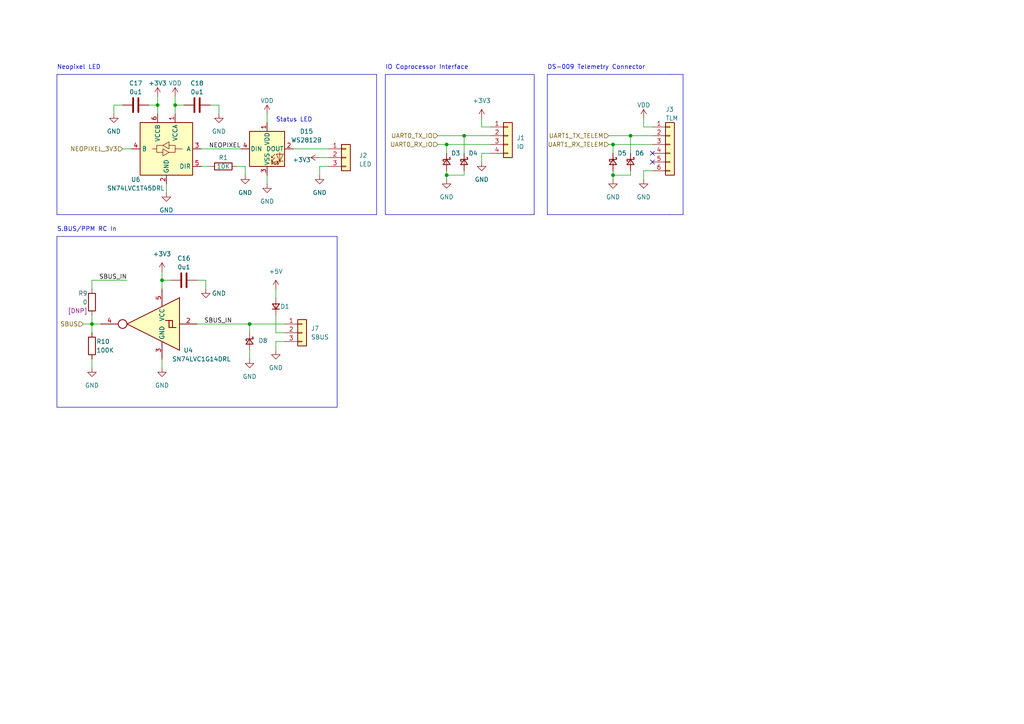
<source format=kicad_sch>
(kicad_sch (version 20230121) (generator eeschema)
  (paper "A4")
  (lib_symbols
    (symbol "74xGxx:SN74LVC1G14DRL"
      (property "Reference" "U" (at -5.08 10.16 0))
      (property "Value" "SN74LVC1G14DRL" (at 20.32 10.16 0))
      (symbol "SN74LVC1G14DRL_0_1"
        (polyline (pts (xy -2.032 1.016) (xy -1.016 1.016)) (stroke (width 0.254)) (fill (type background)))
        (polyline (pts (xy -5.08 7.62) (xy -5.08 -7.62) (xy 10.16 0) (xy -5.08 7.62)) (stroke (width 0.254)) (fill (type background)))
        (polyline (pts (xy -3.048 -1.016) (xy -3.048 1.016) (xy -2.032 1.016) (xy -2.032 -1.016) (xy -4.064 -1.016)) (stroke (width 0.254)) (fill (type background)))
        (circle (center 11.43 0) (radius 1.27) (stroke (width 0.254)))
      )
      (symbol "SN74LVC1G14DRL_1_1"
        (pin no_connect line (at 10.16 0 180) (length 5.08) hide (name "NC") (number "1"))
        (pin input line (at -10.16 0 0) (length 5.08) (name "~") (number "2"))
        (pin power_in line (at 0 -10.16 90) (length 5.08) (name "GND") (number "3"))
        (pin output line (at 17.78 0 180) (length 5.08) (name "~") (number "4"))
        (pin power_in line (at 0 10.16 270) (length 5.08) (name "VCC") (number "5"))
      )
    )
    (symbol "Connector_Generic:Conn_01x03" (pin_names (offset 1.016) hide)
      (property "Reference" "J" (at 0 5.08 0))
      (property "Value" "Conn_01x03" (at 0 -5.08 0))
      (symbol "Conn_01x03_1_1"
        (rectangle (start -1.27 -2.413) (end 0 -2.667) (stroke (width 0.1524)))
        (rectangle (start -1.27 0.127) (end 0 -0.127) (stroke (width 0.1524)))
        (rectangle (start -1.27 2.667) (end 0 2.413) (stroke (width 0.1524)))
        (rectangle (start -1.27 3.81) (end 1.27 -3.81) (stroke (width 0.254)) (fill (type background)))
        (pin passive line (at -5.08 2.54 0) (length 3.81) (name "Pin_1") (number "1"))
        (pin passive line (at -5.08 0 0) (length 3.81) (name "Pin_2") (number "2"))
        (pin passive line (at -5.08 -2.54 0) (length 3.81) (name "Pin_3") (number "3"))
      )
    )
    (symbol "Connector_Generic:Conn_01x04" (pin_names (offset 1.016) hide)
      (property "Reference" "J" (at 0 5.08 0))
      (property "Value" "Conn_01x04" (at 0 -7.62 0))
      (symbol "Conn_01x04_1_1"
        (rectangle (start -1.27 -4.953) (end 0 -5.207) (stroke (width 0.1524)))
        (rectangle (start -1.27 -2.413) (end 0 -2.667) (stroke (width 0.1524)))
        (rectangle (start -1.27 0.127) (end 0 -0.127) (stroke (width 0.1524)))
        (rectangle (start -1.27 2.667) (end 0 2.413) (stroke (width 0.1524)))
        (rectangle (start -1.27 3.81) (end 1.27 -6.35) (stroke (width 0.254)) (fill (type background)))
        (pin passive line (at -5.08 2.54 0) (length 3.81) (name "Pin_1") (number "1"))
        (pin passive line (at -5.08 0 0) (length 3.81) (name "Pin_2") (number "2"))
        (pin passive line (at -5.08 -2.54 0) (length 3.81) (name "Pin_3") (number "3"))
        (pin passive line (at -5.08 -5.08 0) (length 3.81) (name "Pin_4") (number "4"))
      )
    )
    (symbol "Connector_Generic:Conn_01x06" (pin_names (offset 1.016) hide)
      (property "Reference" "J" (at 0 7.62 0))
      (property "Value" "Conn_01x06" (at 0 -10.16 0))
      (symbol "Conn_01x06_1_1"
        (rectangle (start -1.27 -7.493) (end 0 -7.747) (stroke (width 0.1524)))
        (rectangle (start -1.27 -4.953) (end 0 -5.207) (stroke (width 0.1524)))
        (rectangle (start -1.27 -2.413) (end 0 -2.667) (stroke (width 0.1524)))
        (rectangle (start -1.27 0.127) (end 0 -0.127) (stroke (width 0.1524)))
        (rectangle (start -1.27 2.667) (end 0 2.413) (stroke (width 0.1524)))
        (rectangle (start -1.27 5.207) (end 0 4.953) (stroke (width 0.1524)))
        (rectangle (start -1.27 6.35) (end 1.27 -8.89) (stroke (width 0.254)) (fill (type background)))
        (pin passive line (at -5.08 5.08 0) (length 3.81) (name "Pin_1") (number "1"))
        (pin passive line (at -5.08 2.54 0) (length 3.81) (name "Pin_2") (number "2"))
        (pin passive line (at -5.08 0 0) (length 3.81) (name "Pin_3") (number "3"))
        (pin passive line (at -5.08 -2.54 0) (length 3.81) (name "Pin_4") (number "4"))
        (pin passive line (at -5.08 -5.08 0) (length 3.81) (name "Pin_5") (number "5"))
        (pin passive line (at -5.08 -7.62 0) (length 3.81) (name "Pin_6") (number "6"))
      )
    )
    (symbol "Device:C" (pin_numbers hide) (pin_names (offset 0.254))
      (property "Reference" "C" (at 0.635 2.54 0))
      (property "Value" "C" (at 0.635 -2.54 0))
      (symbol "C_0_1"
        (polyline (pts (xy -2.032 -0.762) (xy 2.032 -0.762)) (stroke (width 0.508)))
        (polyline (pts (xy -2.032 0.762) (xy 2.032 0.762)) (stroke (width 0.508)))
      )
      (symbol "C_1_1"
        (pin passive line (at 0 3.81 270) (length 2.794) (name "~") (number "1"))
        (pin passive line (at 0 -3.81 90) (length 2.794) (name "~") (number "2"))
      )
    )
    (symbol "Device:D_Schottky_Small" (pin_numbers hide) (pin_names (offset 0.254) hide)
      (property "Reference" "D" (at -1.27 2.032 0))
      (property "Value" "D_Schottky_Small" (at -7.112 -2.032 0))
      (symbol "D_Schottky_Small_0_1"
        (polyline (pts (xy -0.762 0) (xy 0.762 0)))
        (polyline (pts (xy 0.762 -1.016) (xy -0.762 0) (xy 0.762 1.016) (xy 0.762 -1.016)) (stroke (width 0.254)))
        (polyline (pts (xy -1.27 0.762) (xy -1.27 1.016) (xy -0.762 1.016) (xy -0.762 -1.016) (xy -0.254 -1.016) (xy -0.254 -0.762)) (stroke (width 0.254)))
      )
      (symbol "D_Schottky_Small_1_1"
        (pin passive line (at -2.54 0 0) (length 1.778) (name "K") (number "1"))
        (pin passive line (at 2.54 0 180) (length 1.778) (name "A") (number "2"))
      )
    )
    (symbol "Device:D_Small" (pin_numbers hide) (pin_names (offset 0.254) hide)
      (property "Reference" "D" (at -1.27 2.032 0))
      (property "Value" "D_Small" (at -3.81 -2.032 0))
      (symbol "D_Small_0_1"
        (polyline (pts (xy -0.762 -1.016) (xy -0.762 1.016)) (stroke (width 0.254)))
        (polyline (pts (xy -0.762 0) (xy 0.762 0)))
        (polyline (pts (xy 0.762 -1.016) (xy -0.762 0) (xy 0.762 1.016) (xy 0.762 -1.016)) (stroke (width 0.254)))
      )
      (symbol "D_Small_1_1"
        (pin passive line (at -2.54 0 0) (length 1.778) (name "K") (number "1"))
        (pin passive line (at 2.54 0 180) (length 1.778) (name "A") (number "2"))
      )
    )
    (symbol "Device:R" (pin_numbers hide) (pin_names (offset 0))
      (property "Reference" "R" (at 2.032 0 90))
      (property "Value" "R" (at 0 0 90))
      (symbol "R_0_1"
        (rectangle (start -1.016 -2.54) (end 1.016 2.54) (stroke (width 0.254)))
      )
      (symbol "R_1_1"
        (pin passive line (at 0 3.81 270) (length 1.27) (name "~") (number "1"))
        (pin passive line (at 0 -3.81 90) (length 1.27) (name "~") (number "2"))
      )
    )
    (symbol "LED:WS2812B" (pin_names (offset 0.254))
      (property "Reference" "D" (at 5.08 5.715 0))
      (property "Value" "WS2812B" (at 1.27 -5.715 0))
      (symbol "WS2812B_0_0"
        (text "RGB" (at 2.286 -4.191 0) (effects (font (size 0.762 0.762))))
      )
      (symbol "WS2812B_0_1"
        (polyline (pts (xy 1.27 -3.556) (xy 1.778 -3.556)))
        (polyline (pts (xy 1.27 -2.54) (xy 1.778 -2.54)))
        (polyline (pts (xy 4.699 -3.556) (xy 2.667 -3.556)))
        (polyline (pts (xy 2.286 -2.54) (xy 1.27 -3.556) (xy 1.27 -3.048)))
        (polyline (pts (xy 2.286 -1.524) (xy 1.27 -2.54) (xy 1.27 -2.032)))
        (polyline (pts (xy 3.683 -1.016) (xy 3.683 -3.556) (xy 3.683 -4.064)))
        (polyline (pts (xy 4.699 -1.524) (xy 2.667 -1.524) (xy 3.683 -3.556) (xy 4.699 -1.524)))
        (rectangle (start 5.08 5.08) (end -5.08 -5.08) (stroke (width 0.254)) (fill (type background)))
      )
      (symbol "WS2812B_1_1"
        (pin power_in line (at 0 7.62 270) (length 2.54) (name "VDD") (number "1"))
        (pin output line (at 7.62 0 180) (length 2.54) (name "DOUT") (number "2"))
        (pin power_in line (at 0 -7.62 90) (length 2.54) (name "VSS") (number "3"))
        (pin input line (at -7.62 0 0) (length 2.54) (name "DIN") (number "4"))
      )
    )
    (symbol "Logic_LevelTranslator:SN74LVC1T45DRL"
      (property "Reference" "U" (at -6.35 8.89 0))
      (property "Value" "SN74LVC1T45DRL" (at 3.81 8.89 0))
      (symbol "SN74LVC1T45DRL_0_1"
        (rectangle (start -7.62 7.62) (end 7.62 -7.62) (stroke (width 0.254)) (fill (type background)))
        (polyline (pts (xy -2.54 0) (xy -2.54 1.016) (xy -0.762 1.016)))
        (polyline (pts (xy 2.794 0) (xy 2.794 -1.016) (xy 1.016 -1.016)))
        (polyline (pts (xy -0.762 -1.016) (xy -2.54 -1.016) (xy -2.54 0) (xy -4.572 0)))
        (polyline (pts (xy -0.762 0) (xy -0.762 2.032) (xy 1.016 1.016) (xy -0.762 0)))
        (polyline (pts (xy 1.016 1.016) (xy 2.794 1.016) (xy 2.794 0) (xy 4.064 0)))
        (polyline (pts (xy 1.016 0) (xy 1.016 -1.778) (xy 1.016 -2.032) (xy -0.762 -1.016) (xy 1.016 0)))
      )
      (symbol "SN74LVC1T45DRL_1_1"
        (pin power_in line (at -2.54 10.16 270) (length 2.54) (name "VCCA") (number "1"))
        (pin power_in line (at 0 -10.16 90) (length 2.54) (name "GND") (number "2"))
        (pin bidirectional line (at -10.16 0 0) (length 2.54) (name "A") (number "3"))
        (pin bidirectional line (at 10.16 0 180) (length 2.54) (name "B") (number "4"))
        (pin input line (at -10.16 -5.08 0) (length 2.54) (name "DIR") (number "5"))
        (pin power_in line (at 2.54 10.16 270) (length 2.54) (name "VCCB") (number "6"))
      )
    )
    (symbol "power:+3V3" (power) (pin_names (offset 0))
      (property "Value" "+3V3" (at 0 3.556 0))
      (symbol "+3V3_0_1"
        (polyline (pts (xy -0.762 1.27) (xy 0 2.54)))
        (polyline (pts (xy 0 0) (xy 0 2.54)))
        (polyline (pts (xy 0 2.54) (xy 0.762 1.27)))
      )
      (symbol "+3V3_1_1"
        (pin power_in line (at 0 0 90) (length 0) hide (name "+3V3") (number "1"))
      )
    )
    (symbol "power:+5V" (power) (pin_names (offset 0))
      (property "Value" "+5V" (at 0 3.556 0))
      (symbol "+5V_0_1"
        (polyline (pts (xy -0.762 1.27) (xy 0 2.54)))
        (polyline (pts (xy 0 0) (xy 0 2.54)))
        (polyline (pts (xy 0 2.54) (xy 0.762 1.27)))
      )
      (symbol "+5V_1_1"
        (pin power_in line (at 0 0 90) (length 0) hide (name "+5V") (number "1"))
      )
    )
    (symbol "power:GND" (power) (pin_names (offset 0))
      (property "Value" "GND" (at 0 -3.81 0))
      (symbol "GND_0_1"
        (polyline (pts (xy 0 0) (xy 0 -1.27) (xy 1.27 -1.27) (xy 0 -2.54) (xy -1.27 -1.27) (xy 0 -1.27)))
      )
      (symbol "GND_1_1"
        (pin power_in line (at 0 0 270) (length 0) hide (name "GND") (number "1"))
      )
    )
    (symbol "power:VDD" (power) (pin_names (offset 0))
      (property "Value" "VDD" (at 0 3.81 0))
      (symbol "VDD_0_1"
        (polyline (pts (xy -0.762 1.27) (xy 0 2.54)))
        (polyline (pts (xy 0 0) (xy 0 2.54)))
        (polyline (pts (xy 0 2.54) (xy 0.762 1.27)))
      )
      (symbol "VDD_1_1"
        (pin power_in line (at 0 0 90) (length 0) hide (name "VDD") (number "1"))
      )
    )
  )
  (junction (at 46.99 81.28))
  (junction (at 45.72 30.48))
  (junction (at 26.67 93.98))
  (junction (at 134.62 39.37))
  (junction (at 72.39 93.98))
  (junction (at 129.54 50.8))
  (junction (at 129.54 41.91))
  (junction (at 177.8 50.8))
  (junction (at 50.8 30.48))
  (junction (at 177.8 41.91))
  (junction (at 182.88 39.37))
  (no_connect (at 189.23 46.99))
  (no_connect (at 189.23 44.45))
  (wire (pts (xy 46.99 78.74) (xy 46.99 81.28)))
  (wire (pts (xy 92.71 48.26) (xy 95.25 48.26)))
  (wire (pts (xy 127 41.91) (xy 129.54 41.91)))
  (wire (pts (xy 59.69 81.28) (xy 57.15 81.28)))
  (wire (pts (xy 134.62 39.37) (xy 134.62 44.45)))
  (wire (pts (xy 139.7 36.83) (xy 142.24 36.83)))
  (wire (pts (xy 77.47 33.02) (xy 77.47 35.56)))
  (polyline (pts (xy 158.75 21.59) (xy 194.31 21.59)))
  (wire (pts (xy 80.01 96.52) (xy 82.55 96.52)))
  (wire (pts (xy 45.72 30.48) (xy 45.72 33.02)))
  (wire (pts (xy 26.67 91.44) (xy 26.67 93.98)))
  (wire (pts (xy 139.7 44.45) (xy 142.24 44.45)))
  (wire (pts (xy 182.88 50.8) (xy 182.88 49.53)))
  (wire (pts (xy 72.39 93.98) (xy 82.55 93.98)))
  (wire (pts (xy 45.72 30.48) (xy 43.18 30.48)))
  (wire (pts (xy 48.26 53.34) (xy 48.26 55.88)))
  (wire (pts (xy 80.01 101.6) (xy 80.01 99.06)))
  (polyline (pts (xy 16.51 21.59) (xy 16.51 62.23)))
  (wire (pts (xy 72.39 101.6) (xy 72.39 104.14)))
  (polyline (pts (xy 158.75 62.23) (xy 158.75 54.61)))
  (wire (pts (xy 26.67 81.28) (xy 26.67 83.82)))
  (polyline (pts (xy 194.31 21.59) (xy 198.12 21.59)))
  (wire (pts (xy 26.67 104.14) (xy 26.67 106.68)))
  (wire (pts (xy 134.62 39.37) (xy 142.24 39.37)))
  (polyline (pts (xy 198.12 62.23) (xy 194.31 62.23)))
  (wire (pts (xy 177.8 49.53) (xy 177.8 50.8)))
  (wire (pts (xy 182.88 39.37) (xy 182.88 44.45)))
  (wire (pts (xy 189.23 39.37) (xy 182.88 39.37)))
  (polyline (pts (xy 16.51 68.58) (xy 97.79 68.58)))
  (wire (pts (xy 71.12 48.26) (xy 68.58 48.26)))
  (polyline (pts (xy 16.51 68.58) (xy 16.51 118.11)))
  (wire (pts (xy 129.54 50.8) (xy 129.54 52.07)))
  (wire (pts (xy 177.8 41.91) (xy 177.8 44.45)))
  (wire (pts (xy 45.72 27.94) (xy 45.72 30.48)))
  (wire (pts (xy 176.53 41.91) (xy 177.8 41.91)))
  (wire (pts (xy 177.8 41.91) (xy 189.23 41.91)))
  (wire (pts (xy 129.54 41.91) (xy 129.54 44.45)))
  (wire (pts (xy 80.01 99.06) (xy 82.55 99.06)))
  (polyline (pts (xy 109.22 21.59) (xy 109.22 62.23)))
  (wire (pts (xy 50.8 30.48) (xy 53.34 30.48)))
  (wire (pts (xy 92.71 45.72) (xy 95.25 45.72)))
  (wire (pts (xy 85.09 43.18) (xy 95.25 43.18)))
  (polyline (pts (xy 16.51 21.59) (xy 109.22 21.59)))
  (wire (pts (xy 177.8 50.8) (xy 182.88 50.8)))
  (polyline (pts (xy 109.22 62.23) (xy 16.51 62.23)))
  (wire (pts (xy 46.99 104.14) (xy 46.99 106.68)))
  (wire (pts (xy 139.7 34.29) (xy 139.7 36.83)))
  (polyline (pts (xy 194.31 62.23) (xy 158.75 62.23)))
  (polyline (pts (xy 158.75 21.59) (xy 158.75 54.61)))
  (polyline (pts (xy 97.79 118.11) (xy 16.51 118.11)))
  (wire (pts (xy 77.47 50.8) (xy 77.47 53.34)))
  (wire (pts (xy 57.15 93.98) (xy 72.39 93.98)))
  (wire (pts (xy 24.13 93.98) (xy 26.67 93.98)))
  (wire (pts (xy 60.96 48.26) (xy 58.42 48.26)))
  (wire (pts (xy 63.5 30.48) (xy 63.5 33.02)))
  (wire (pts (xy 71.12 48.26) (xy 71.12 50.8)))
  (wire (pts (xy 127 39.37) (xy 134.62 39.37)))
  (wire (pts (xy 59.69 83.82) (xy 59.69 81.28)))
  (wire (pts (xy 186.69 52.07) (xy 186.69 49.53)))
  (wire (pts (xy 26.67 93.98) (xy 26.67 96.52)))
  (wire (pts (xy 50.8 30.48) (xy 50.8 33.02)))
  (wire (pts (xy 35.56 30.48) (xy 33.02 30.48)))
  (wire (pts (xy 33.02 30.48) (xy 33.02 33.02)))
  (polyline (pts (xy 198.12 21.59) (xy 198.12 62.23)))
  (wire (pts (xy 134.62 50.8) (xy 134.62 49.53)))
  (wire (pts (xy 176.53 39.37) (xy 182.88 39.37)))
  (wire (pts (xy 177.8 50.8) (xy 177.8 52.07)))
  (wire (pts (xy 46.99 81.28) (xy 46.99 83.82)))
  (wire (pts (xy 92.71 50.8) (xy 92.71 48.26)))
  (wire (pts (xy 58.42 43.18) (xy 69.85 43.18)))
  (wire (pts (xy 26.67 81.28) (xy 36.83 81.28)))
  (wire (pts (xy 139.7 46.99) (xy 139.7 44.45)))
  (wire (pts (xy 129.54 50.8) (xy 134.62 50.8)))
  (wire (pts (xy 35.56 43.18) (xy 38.1 43.18)))
  (wire (pts (xy 80.01 83.82) (xy 80.01 86.36)))
  (wire (pts (xy 50.8 27.94) (xy 50.8 30.48)))
  (wire (pts (xy 46.99 81.28) (xy 49.53 81.28)))
  (polyline (pts (xy 97.79 68.58) (xy 97.79 118.11)))
  (wire (pts (xy 186.69 49.53) (xy 189.23 49.53)))
  (wire (pts (xy 60.96 30.48) (xy 63.5 30.48)))
  (wire (pts (xy 72.39 93.98) (xy 72.39 96.52)))
  (wire (pts (xy 80.01 91.44) (xy 80.01 96.52)))
  (wire (pts (xy 26.67 93.98) (xy 29.21 93.98)))
  (wire (pts (xy 186.69 36.83) (xy 189.23 36.83)))
  (wire (pts (xy 129.54 41.91) (xy 142.24 41.91)))
  (wire (pts (xy 186.69 34.29) (xy 186.69 36.83)))
  (wire (pts (xy 129.54 49.53) (xy 129.54 50.8)))
  (rectangle (start 111.76 21.59) (end 154.94 62.23))
  (text "Neopixel LED" (at 16.51 20.32 0) (effects (font (size 1.27 1.27)) (justify left bottom)))
  (text "Status LED" (at 80.01 35.56 0) (effects (font (size 1.27 1.27)) (justify left bottom)))
  (text "IO Coprocessor Interface" (at 111.76 20.32 0) (effects (font (size 1.27 1.27)) (justify left bottom)))
  (text "S.BUS/PPM RC In" (at 16.51 67.31 0) (effects (font (size 1.27 1.27)) (justify left bottom)))
  (text "DS-009 Telemetry Connector" (at 158.75 20.32 0) (effects (font (size 1.27 1.27)) (justify left bottom)))
  (label "NEOPIXEL" (at 69.85 43.18 180))
  (label "SBUS_IN" (at 67.31 93.98 180))
  (label "SBUS_IN" (at 36.83 81.28 180))
  (hierarchical_label "SBUS" (shape input) (at 24.13 93.98 180))
  (hierarchical_label "UART1_TX_TELEM" (shape input) (at 176.53 39.37 180))
  (hierarchical_label "NEOPIXEL_3V3" (shape input) (at 35.56 43.18 180))
  (hierarchical_label "UART0_TX_IO" (shape input) (at 127 39.37 180))
  (hierarchical_label "UART0_RX_IO" (shape input) (at 127 41.91 180))
  (hierarchical_label "UART1_RX_TELEM" (shape input) (at 176.53 41.91 180))
  (symbol (lib_id "74xGxx:SN74LVC1G14DRL") (at 46.99 93.98 0) (mirror y) (unit 1)
    (property "Reference" "U4" (at 54.61 101.6 0))
    (property "Value" "SN74LVC1G14DRL" (at 58.42 104.14 0))
    (property "Footprint" "Package_TO_SOT_SMD:SOT-553" (effects hide))
    (property "Datasheet" "http://www.ti.com/lit/ds/symlink/sn74lvc1g14.pdf" (effects hide))
    (instances (project "mikro_wifi_hw" (path "" (reference "U4") (unit 1))) (project "mikro_wifi_testbench" (path "" (reference "U5") (unit 1)) (path "" (reference "U5") (unit 1))))
  )
  (symbol (lib_id "power:+5V") (at 80.01 83.82 0) (unit 1)
    (property "Reference" "#PWR043" (effects hide))
    (property "Value" "+5V" (at 80.01 78.74 0))
    (instances (project "mikro_wifi_hw" (path "" (reference "#PWR043") (unit 1))) (project "mikro_wifi_testbench" (path "" (reference "#PWR052") (unit 1)) (path "" (reference "#PWR053") (unit 1))))
  )
  (symbol (lib_id "Device:D_Schottky_Small") (at 182.88 46.99 270) (unit 1)
    (property "Reference" "D6" (at 184.15 44.45 90) (effects (justify left)))
    (property "Value" "PESD3V3S1UB,115" (effects hide))
    (property "Footprint" "Diode_SMD:D_SOD-523" (effects hide))
    (instances (project "mikro_wifi_hw" (path "" (reference "D6") (unit 1))) (project "mikro_wifi_testbench" (path "" (reference "D7") (unit 1)) (path "" (reference "D6") (unit 1))))
  )
  (symbol (lib_id "power:GND") (at 59.69 83.82 0) (unit 1)
    (property "Reference" "#PWR039" (effects hide))
    (property "Value" "GND" (at 63.5 85.09 0))
    (instances (project "mikro_wifi_hw" (path "" (reference "#PWR039") (unit 1))) (project "mikro_wifi_testbench" (path "" (reference "#PWR048") (unit 1)) (path "" (reference "#PWR050") (unit 1))))
  )
  (symbol (lib_id "power:VDD") (at 77.47 33.02 0) (unit 1)
    (property "Reference" "#PWR031" (effects hide))
    (property "Value" "VDD" (at 77.47 29.21 0))
  )
  (symbol (lib_id "Device:R") (at 26.67 87.63 0) (unit 1)
    (property "Reference" "R9" (at 25.4 85.09 0) (effects (justify right)))
    (property "Value" "0" (at 25.4 87.63 0) (effects (justify right)))
    (property "Footprint" "Resistor_SMD:R_0402_1005Metric" (effects hide))
    (property "DNP" "[DNP]" (at 25.4 90.1701 0) (effects (justify right)))
  )
  (symbol (lib_id "Device:D_Small") (at 80.01 88.9 90) (unit 1)
    (property "Reference" "D1" (at 81.28 88.9 90) (effects (justify right)))
    (property "Value" "D_Small" (effects hide))
    (property "Footprint" "Diode_SMD:D_SOD-523" (effects hide))
    (property "Sim.Device" "D" (effects hide))
    (property "Sim.Pins" "1=K 2=A" (effects hide))
    (instances (project "mikro_wifi_testbench" (path "" (reference "D1") (unit 1)) (path "" (reference "D9") (unit 1))))
  )
  (symbol (lib_id "Connector_Generic:Conn_01x06") (at 194.31 41.91 0) (unit 1)
    (property "Reference" "J3" (at 193.04 31.75 0) (effects (justify left)))
    (property "Value" "TLM" (at 193.04 34.29 0) (effects (justify left)))
    (property "Footprint" "Connector_JST:JST_GH_SM06B-GHS-TB_1x06-1MP_P1.25mm_Horizontal" (effects hide))
    (instances (project "mikro_wifi_hw" (path "" (reference "J3") (unit 1))) (project "mikro_wifi_testbench" (path "" (reference "J4") (unit 1)) (path "" (reference "J4") (unit 1))))
  )
  (symbol (lib_id "Device:R") (at 26.67 100.33 0) (unit 1)
    (property "Reference" "R10" (at 27.94 99.06 0) (effects (justify left)))
    (property "Value" "100K" (at 27.94 101.6 0) (effects (justify left)))
    (property "Footprint" "Resistor_SMD:R_0402_1005Metric" (effects hide))
  )
  (symbol (lib_id "Logic_LevelTranslator:SN74LVC1T45DRL") (at 48.26 43.18 0) (mirror y) (unit 1)
    (property "Reference" "U6" (at 39.37 52.07 0))
    (property "Value" "SN74LVC1T45DRL" (at 39.37 54.61 0))
    (property "Footprint" "Package_TO_SOT_SMD:SOT-563" (effects hide))
    (property "Datasheet" "http://www.ti.com/lit/ds/symlink/sn74lvc1t45.pdf" (effects hide))
    (instances (project "mikro_wifi_testbench" (path "" (reference "U6") (unit 1)) (path "" (reference "U1") (unit 1))))
  )
  (symbol (lib_id "power:GND") (at 80.01 101.6 0) (unit 1)
    (property "Reference" "#PWR044" (effects hide))
    (property "Value" "GND" (at 80.01 106.68 0))
    (instances (project "mikro_wifi_hw" (path "" (reference "#PWR044") (unit 1))) (project "mikro_wifi_testbench" (path "" (reference "#PWR053") (unit 1)) (path "" (reference "#PWR054") (unit 1))))
  )
  (symbol (lib_id "power:GND") (at 77.47 53.34 0) (unit 1)
    (property "Reference" "#PWR056" (effects hide))
    (property "Value" "GND" (at 77.47 58.42 0))
    (instances (project "mikro_wifi_hw" (path "" (reference "#PWR056") (unit 1))) (project "mikro_wifi_testbench" (path "" (reference "#PWR013") (unit 1)) (path "" (reference "#PWR035") (unit 1))))
  )
  (symbol (lib_id "power:GND") (at 92.71 50.8 0) (unit 1)
    (property "Reference" "#PWR047" (effects hide))
    (property "Value" "GND" (at 92.71 55.88 0))
    (instances (project "mikro_wifi_testbench" (path "" (reference "#PWR047") (unit 1)) (path "" (reference "#PWR039") (unit 1))))
  )
  (symbol (lib_id "Connector_Generic:Conn_01x03") (at 87.63 96.52 0) (unit 1)
    (property "Reference" "J7" (at 90.17 95.2499 0) (effects (justify left)))
    (property "Value" "SBUS" (at 90.17 97.7899 0) (effects (justify left)))
    (property "Footprint" "Connector_PinHeader_2.54mm:PinHeader_1x03_P2.54mm_Vertical" (effects hide))
    (instances (project "mikro_wifi_hw" (path "" (reference "J7") (unit 1))) (project "mikro_wifi_testbench" (path "" (reference "J8") (unit 1)) (path "" (reference "J8") (unit 1))))
  )
  (symbol (lib_id "power:VDD") (at 50.8 27.94 0) (unit 1)
    (property "Reference" "#PWR026" (effects hide))
    (property "Value" "VDD" (at 50.8 24.13 0))
  )
  (symbol (lib_id "power:GND") (at 186.69 52.07 0) (unit 1)
    (property "Reference" "#PWR030" (effects hide))
    (property "Value" "GND" (at 186.69 57.15 0))
    (instances (project "mikro_wifi_hw" (path "" (reference "#PWR030") (unit 1))) (project "mikro_wifi_testbench" (path "" (reference "#PWR039") (unit 1)) (path "" (reference "#PWR044") (unit 1))))
  )
  (symbol (lib_id "power:GND") (at 71.12 50.8 0) (mirror y) (unit 1)
    (property "Reference" "#PWR012" (effects hide))
    (property "Value" "GND" (at 71.12 55.88 0))
  )
  (symbol (lib_id "power:GND") (at 129.54 52.07 0) (unit 1)
    (property "Reference" "#PWR015" (effects hide))
    (property "Value" "GND" (at 129.54 57.15 0))
    (instances (project "mikro_wifi_hw" (path "" (reference "#PWR015") (unit 1))) (project "mikro_wifi_testbench" (path "" (reference "#PWR021") (unit 1)) (path "" (reference "#PWR015") (unit 1))))
  )
  (symbol (lib_id "LED:WS2812B") (at 77.47 43.18 0) (unit 1)
    (property "Reference" "D15" (at 88.9 38.1 0))
    (property "Value" "WS2812B" (at 88.9 40.64 0))
    (property "Footprint" "LED_SMD:LED_WS2812B-2020_PLCC4_2.0x2.0mm" (effects hide))
    (property "Datasheet" "https://cdn-shop.adafruit.com/datasheets/WS2812B.pdf" (effects hide))
    (instances (project "mikro_wifi_hw" (path "" (reference "D15") (unit 1))) (project "mikro_wifi_testbench" (path "" (reference "D3") (unit 1)) (path "" (reference "D4") (unit 1))))
  )
  (symbol (lib_id "power:GND") (at 72.39 104.14 0) (unit 1)
    (property "Reference" "#PWR045" (effects hide))
    (property "Value" "GND" (at 72.39 109.22 0))
    (instances (project "mikro_wifi_hw" (path "" (reference "#PWR045") (unit 1))) (project "mikro_wifi_testbench" (path "" (reference "#PWR054") (unit 1)) (path "" (reference "#PWR052") (unit 1))))
  )
  (symbol (lib_id "Device:R") (at 64.77 48.26 270) (mirror x) (unit 1)
    (property "Reference" "R1" (at 64.77 45.72 90))
    (property "Value" "10K" (at 64.77 48.26 90))
    (property "Footprint" "Resistor_SMD:R_0402_1005Metric" (effects hide))
  )
  (symbol (lib_id "Device:C") (at 39.37 30.48 90) (unit 1)
    (property "Reference" "C17" (at 39.37 24.13 90))
    (property "Value" "0u1" (at 39.37 26.67 90))
    (property "Footprint" "Capacitor_SMD:C_0402_1005Metric" (effects hide))
    (instances (project "mikro_wifi_testbench" (path "" (reference "C17") (unit 1)) (path "" (reference "C14") (unit 1))))
  )
  (symbol (lib_id "Device:D_Schottky_Small") (at 134.62 46.99 270) (unit 1)
    (property "Reference" "D4" (at 135.89 44.45 90) (effects (justify left)))
    (property "Value" "PESD3V3S1UB,115" (effects hide))
    (property "Footprint" "Diode_SMD:D_SOD-523" (effects hide))
    (instances (project "mikro_wifi_hw" (path "" (reference "D4") (unit 1))) (project "mikro_wifi_testbench" (path "" (reference "D5") (unit 1)) (path "" (reference "D3") (unit 1))))
  )
  (symbol (lib_id "Device:D_Schottky_Small") (at 177.8 46.99 270) (unit 1)
    (property "Reference" "D5" (at 179.07 44.45 90) (effects (justify left)))
    (property "Value" "PESD3V3S1UB,115" (effects hide))
    (property "Footprint" "Diode_SMD:D_SOD-523" (effects hide))
    (instances (project "mikro_wifi_hw" (path "" (reference "D5") (unit 1))) (project "mikro_wifi_testbench" (path "" (reference "D6") (unit 1)) (path "" (reference "D5") (unit 1))))
  )
  (symbol (lib_id "power:GND") (at 33.02 33.02 0) (unit 1)
    (property "Reference" "#PWR036" (effects hide))
    (property "Value" "GND" (at 33.02 38.1 0))
    (instances (project "mikro_wifi_testbench" (path "" (reference "#PWR036") (unit 1)) (path "" (reference "#PWR013") (unit 1))))
  )
  (symbol (lib_id "Device:D_Schottky_Small") (at 129.54 46.99 270) (unit 1)
    (property "Reference" "D3" (at 130.81 44.45 90) (effects (justify left)))
    (property "Value" "PESD3V3S1UB,115" (effects hide))
    (property "Footprint" "Diode_SMD:D_SOD-523" (effects hide))
    (instances (project "mikro_wifi_hw" (path "" (reference "D3") (unit 1))) (project "mikro_wifi_testbench" (path "" (reference "D4") (unit 1)) (path "" (reference "D1") (unit 1))))
  )
  (symbol (lib_id "power:GND") (at 139.7 46.99 0) (unit 1)
    (property "Reference" "#PWR021" (effects hide))
    (property "Value" "GND" (at 139.7 52.07 0))
    (instances (project "mikro_wifi_hw" (path "" (reference "#PWR021") (unit 1))) (project "mikro_wifi_testbench" (path "" (reference "#PWR027") (unit 1)) (path "" (reference "#PWR017") (unit 1))))
  )
  (symbol (lib_id "power:+3V3") (at 45.72 27.94 0) (unit 1)
    (property "Reference" "#PWR031" (effects hide))
    (property "Value" "+3V3" (at 45.72 24.13 0))
    (instances (project "mikro_wifi_testbench" (path "" (reference "#PWR031") (unit 1)) (path "" (reference "#PWR018") (unit 1))))
  )
  (symbol (lib_id "Device:C") (at 53.34 81.28 90) (unit 1)
    (property "Reference" "C16" (at 53.34 74.93 90))
    (property "Value" "0u1" (at 53.34 77.47 90))
    (property "Footprint" "Capacitor_SMD:C_0402_1005Metric" (effects hide))
    (instances (project "mikro_wifi_hw" (path "" (reference "C16") (unit 1))) (project "mikro_wifi_testbench" (path "" (reference "C16") (unit 1)) (path "" (reference "C17") (unit 1))))
  )
  (symbol (lib_id "power:+3V3") (at 139.7 34.29 0) (unit 1)
    (property "Reference" "#PWR020" (effects hide))
    (property "Value" "+3V3" (at 139.7 29.21 0))
    (instances (project "mikro_wifi_hw" (path "" (reference "#PWR020") (unit 1))) (project "mikro_wifi_testbench" (path "" (reference "#PWR026") (unit 1)) (path "" (reference "#PWR016") (unit 1))))
  )
  (symbol (lib_id "Connector_Generic:Conn_01x04") (at 147.32 39.37 0) (unit 1)
    (property "Reference" "J1" (at 149.86 40.005 0) (effects (justify left)))
    (property "Value" "IO" (at 149.86 42.545 0) (effects (justify left)))
    (property "Footprint" "Connector_PinHeader_2.54mm:PinHeader_1x04_P2.54mm_Vertical" (effects hide))
  )
  (symbol (lib_id "power:+3V3") (at 92.71 45.72 90) (unit 1)
    (property "Reference" "#PWR050" (effects hide))
    (property "Value" "+3V3" (at 90.17 46.355 90) (effects (justify left)))
    (instances (project "mikro_wifi_testbench" (path "" (reference "#PWR050") (unit 1)) (path "" (reference "#PWR038") (unit 1))))
  )
  (symbol (lib_id "power:GND") (at 46.99 106.68 0) (unit 1)
    (property "Reference" "#PWR036" (effects hide))
    (property "Value" "GND" (at 46.99 111.76 0))
    (instances (project "mikro_wifi_hw" (path "" (reference "#PWR036") (unit 1))) (project "mikro_wifi_testbench" (path "" (reference "#PWR045") (unit 1)) (path "" (reference "#PWR048") (unit 1))))
  )
  (symbol (lib_id "power:GND") (at 26.67 106.68 0) (unit 1)
    (property "Reference" "#PWR033" (effects hide))
    (property "Value" "GND" (at 26.67 111.76 0))
    (instances (project "mikro_wifi_hw" (path "" (reference "#PWR033") (unit 1))) (project "mikro_wifi_testbench" (path "" (reference "#PWR042") (unit 1)) (path "" (reference "#PWR045") (unit 1))))
  )
  (symbol (lib_id "Device:C") (at 57.15 30.48 270) (mirror x) (unit 1)
    (property "Reference" "C18" (at 57.15 24.13 90))
    (property "Value" "0u1" (at 57.15 26.67 90))
    (property "Footprint" "Capacitor_SMD:C_0402_1005Metric" (effects hide))
    (instances (project "mikro_wifi_testbench" (path "" (reference "C18") (unit 1)) (path "" (reference "C16") (unit 1))))
  )
  (symbol (lib_id "power:GND") (at 177.8 52.07 0) (unit 1)
    (property "Reference" "#PWR026" (effects hide))
    (property "Value" "GND" (at 177.8 57.15 0))
    (instances (project "mikro_wifi_hw" (path "" (reference "#PWR026") (unit 1))) (project "mikro_wifi_testbench" (path "" (reference "#PWR035") (unit 1)) (path "" (reference "#PWR036") (unit 1))))
  )
  (symbol (lib_id "power:+3V3") (at 46.99 78.74 0) (unit 1)
    (property "Reference" "#PWR035" (effects hide))
    (property "Value" "+3V3" (at 46.99 73.66 0))
    (instances (project "mikro_wifi_hw" (path "" (reference "#PWR035") (unit 1))) (project "mikro_wifi_testbench" (path "" (reference "#PWR044") (unit 1)) (path "" (reference "#PWR047") (unit 1))))
  )
  (symbol (lib_id "power:VDD") (at 186.69 34.29 0) (unit 1)
    (property "Reference" "#PWR042" (effects hide))
    (property "Value" "VDD" (at 186.69 30.48 0))
  )
  (symbol (lib_id "Connector_Generic:Conn_01x03") (at 100.33 45.72 0) (unit 1)
    (property "Reference" "J2" (at 104.14 45.085 0) (effects (justify left)))
    (property "Value" "LED" (at 104.14 47.625 0) (effects (justify left)))
    (property "Footprint" "Connector_PinHeader_2.54mm:PinHeader_1x03_P2.54mm_Vertical" (effects hide))
  )
  (symbol (lib_id "power:GND") (at 48.26 55.88 0) (unit 1)
    (property "Reference" "#PWR017" (effects hide))
    (property "Value" "GND" (at 48.26 60.96 0))
    (instances (project "mikro_wifi_testbench" (path "" (reference "#PWR017") (unit 1)) (path "" (reference "#PWR021") (unit 1))))
  )
  (symbol (lib_id "Device:D_Schottky_Small") (at 72.39 99.06 270) (unit 1)
    (property "Reference" "D8" (at 74.93 98.8059 90) (effects (justify left)))
    (property "Value" "PESD3V3S1UB,115" (effects hide))
    (property "Footprint" "Diode_SMD:D_SOD-523" (effects hide))
    (instances (project "mikro_wifi_hw" (path "" (reference "D8") (unit 1))) (project "mikro_wifi_testbench" (path "" (reference "D9") (unit 1)) (path "" (reference "D7") (unit 1))))
  )
  (symbol (lib_id "power:GND") (at 63.5 33.02 0) (mirror y) (unit 1)
    (property "Reference" "#PWR015" (effects hide))
    (property "Value" "GND" (at 63.5 38.1 0))
    (instances (project "mikro_wifi_testbench" (path "" (reference "#PWR015") (unit 1)) (path "" (reference "#PWR027") (unit 1))))
  )
)
</source>
